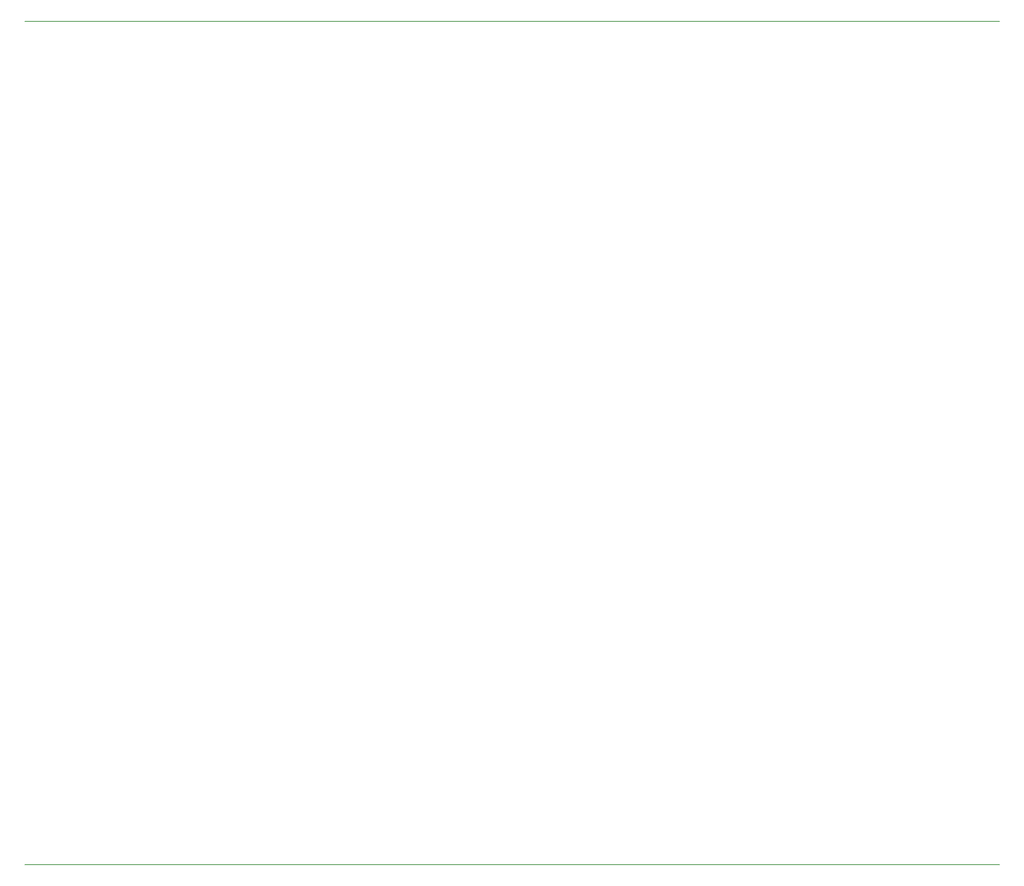
<source format=gbr>
G04 EAGLE Gerber RS-274X export*
G75*
%MOMM*%
%FSLAX34Y34*%
%LPD*%
%INVscore*%
%IPPOS*%
%AMOC8*
5,1,8,0,0,1.08239X$1,22.5*%
G01*
%ADD10C,0.152400*%


D10*
X0Y50000D02*
X2160000Y50000D01*
X2160000Y1920000D02*
X0Y1920000D01*
M02*

</source>
